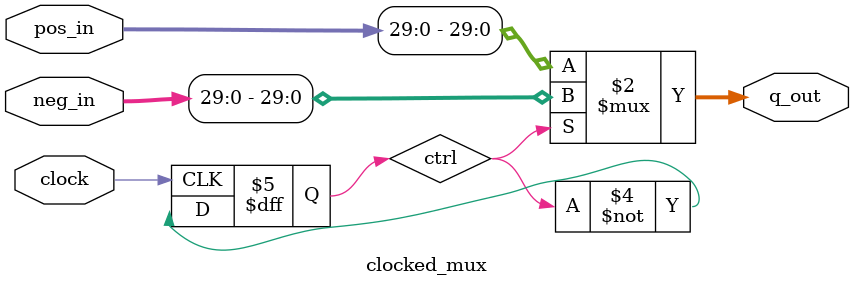
<source format=v>
module clocked_mux (pos_in, neg_in, q_out, clock);
// signals for connecting to the Avalon fabric

parameter WIDTH = 30;
parameter INVERT = 1;
input clock;
input [31:0] pos_in, neg_in;
output [WIDTH-1:0] q_out;

reg ctrl;

assign q_out = (INVERT[0]^ctrl) ? pos_in[WIDTH-1:0]: neg_in[WIDTH-1:0];

always@(posedge clock)begin
	ctrl<=~ctrl;
end

endmodule
</source>
